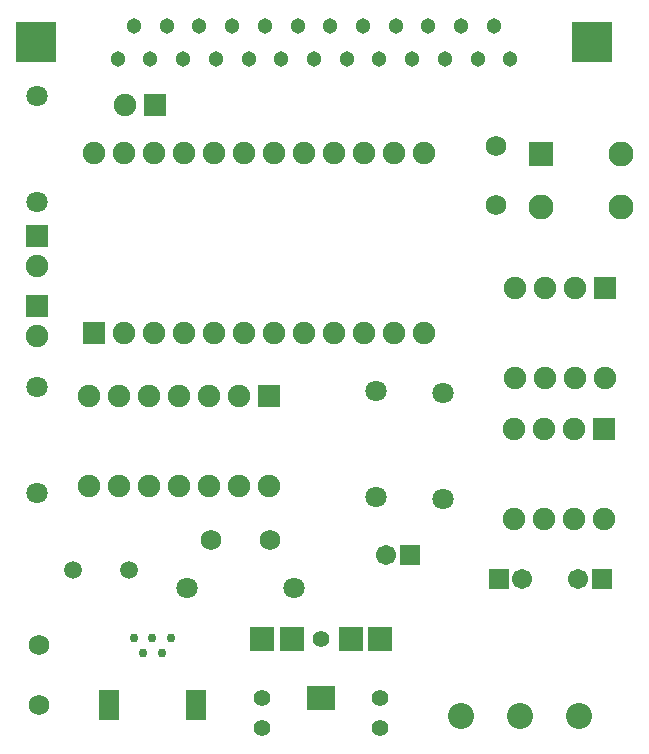
<source format=gbs>
G04 Layer_Color=16711935*
%FSLAX25Y25*%
%MOIN*%
G70*
G01*
G75*
%ADD39C,0.08280*%
%ADD40R,0.08280X0.08280*%
%ADD41R,0.13792X0.13792*%
%ADD42C,0.05131*%
%ADD43C,0.06800*%
%ADD44C,0.07493*%
%ADD45R,0.07493X0.07493*%
%ADD46C,0.06706*%
%ADD47R,0.06706X0.06706*%
%ADD48C,0.08674*%
%ADD49C,0.07099*%
%ADD50R,0.07493X0.07493*%
%ADD51C,0.05918*%
%ADD52R,0.06706X0.10249*%
%ADD53C,0.02965*%
%ADD54R,0.07887X0.07887*%
%ADD55R,0.09461X0.07887*%
%ADD56C,0.05524*%
D39*
X215886Y201858D02*
D03*
Y184142D02*
D03*
X189114D02*
D03*
D40*
Y201858D02*
D03*
D41*
X206079Y238910D02*
D03*
X20882D02*
D03*
D42*
X178913Y233319D02*
D03*
X168008D02*
D03*
X157102D02*
D03*
X146197D02*
D03*
X135291D02*
D03*
X124386D02*
D03*
X113480D02*
D03*
X102575D02*
D03*
X91669D02*
D03*
X80764D02*
D03*
X69858D02*
D03*
X58953D02*
D03*
X48047D02*
D03*
X173461Y244500D02*
D03*
X162555D02*
D03*
X151650D02*
D03*
X140744D02*
D03*
X129839D02*
D03*
X118933D02*
D03*
X108028D02*
D03*
X97122D02*
D03*
X86216D02*
D03*
X75311D02*
D03*
X64406D02*
D03*
X53500D02*
D03*
D43*
X21800Y37900D02*
D03*
Y18215D02*
D03*
X174000Y184658D02*
D03*
Y204343D02*
D03*
X98843Y73000D02*
D03*
X79158D02*
D03*
D44*
X21000Y164500D02*
D03*
X210000Y80000D02*
D03*
X200000D02*
D03*
X190000D02*
D03*
X180000D02*
D03*
Y110000D02*
D03*
X190000D02*
D03*
X200000D02*
D03*
X210500Y127000D02*
D03*
X200500D02*
D03*
X190500D02*
D03*
X180500D02*
D03*
Y157000D02*
D03*
X190500D02*
D03*
X200500D02*
D03*
X50500Y218000D02*
D03*
X70000Y202000D02*
D03*
X40000D02*
D03*
X50000D02*
D03*
X60000D02*
D03*
X140000Y142000D02*
D03*
X150000D02*
D03*
Y202000D02*
D03*
X140000D02*
D03*
X130000D02*
D03*
X120000D02*
D03*
X110000D02*
D03*
X100000D02*
D03*
X90000D02*
D03*
X80000D02*
D03*
X130000Y142000D02*
D03*
X120000D02*
D03*
X110000D02*
D03*
X100000D02*
D03*
X90000D02*
D03*
X80000D02*
D03*
X70000D02*
D03*
X60000D02*
D03*
X50000D02*
D03*
X38500Y91000D02*
D03*
X48500D02*
D03*
X58500D02*
D03*
X68500D02*
D03*
X78500D02*
D03*
X88500D02*
D03*
X98500D02*
D03*
X38500Y121000D02*
D03*
X48500D02*
D03*
X58500D02*
D03*
X68500D02*
D03*
X78500D02*
D03*
X88500D02*
D03*
X21000Y141000D02*
D03*
D45*
Y174500D02*
D03*
X210000Y110000D02*
D03*
X210500Y157000D02*
D03*
X40000Y142000D02*
D03*
X98500Y121000D02*
D03*
X21000Y151000D02*
D03*
D46*
X137626Y68000D02*
D03*
X182937Y60000D02*
D03*
X201563D02*
D03*
D47*
X145500Y68000D02*
D03*
X175063Y60000D02*
D03*
X209437D02*
D03*
D48*
X182185Y14500D02*
D03*
X201870D02*
D03*
X162500D02*
D03*
D49*
X156500Y122216D02*
D03*
Y86783D02*
D03*
X134000Y87283D02*
D03*
Y122716D02*
D03*
X106717Y57000D02*
D03*
X71284D02*
D03*
X21000Y88784D02*
D03*
Y124216D02*
D03*
Y185784D02*
D03*
Y221217D02*
D03*
D50*
X60500Y218000D02*
D03*
D51*
X51949Y63000D02*
D03*
X33051D02*
D03*
D52*
X45083Y17980D02*
D03*
X74217D02*
D03*
D53*
X53350Y40224D02*
D03*
X56500Y35500D02*
D03*
X59650Y40224D02*
D03*
X62799Y35500D02*
D03*
X65949Y40224D02*
D03*
D54*
X125685Y40000D02*
D03*
X106000D02*
D03*
X135528D02*
D03*
X96157D02*
D03*
D55*
X115842Y20315D02*
D03*
D56*
X135528D02*
D03*
X96157D02*
D03*
Y10472D02*
D03*
X135528D02*
D03*
X115842Y40000D02*
D03*
M02*

</source>
